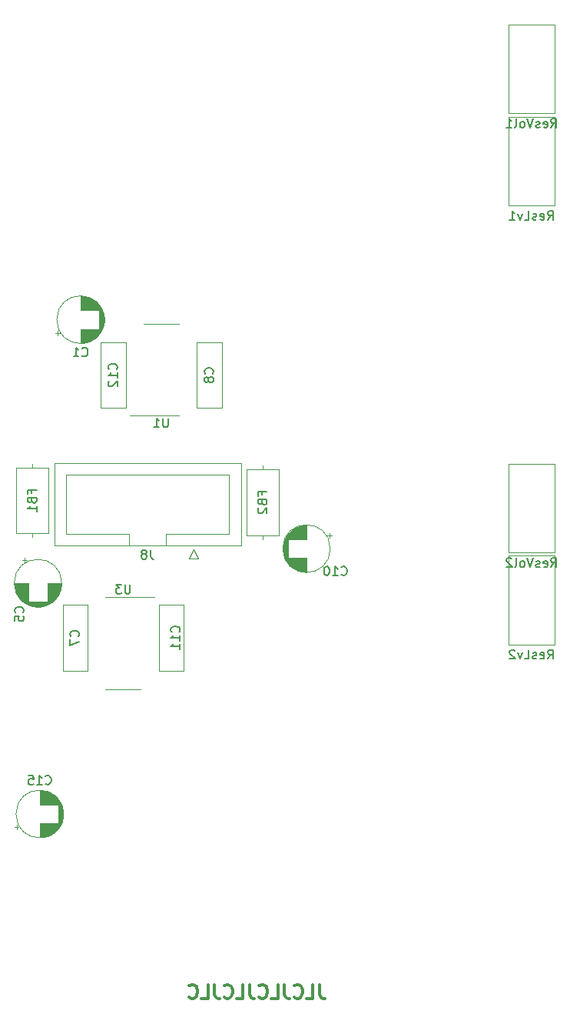
<source format=gbo>
G04 #@! TF.GenerationSoftware,KiCad,Pcbnew,6.0.11+dfsg-1~bpo11+1*
G04 #@! TF.CreationDate,2023-03-16T20:57:32+00:00*
G04 #@! TF.ProjectId,MS20-VCF,4d533230-2d56-4434-962e-6b696361645f,rev?*
G04 #@! TF.SameCoordinates,Original*
G04 #@! TF.FileFunction,Legend,Bot*
G04 #@! TF.FilePolarity,Positive*
%FSLAX46Y46*%
G04 Gerber Fmt 4.6, Leading zero omitted, Abs format (unit mm)*
G04 Created by KiCad (PCBNEW 6.0.11+dfsg-1~bpo11+1) date 2023-03-16 20:57:32*
%MOMM*%
%LPD*%
G01*
G04 APERTURE LIST*
%ADD10C,0.300000*%
%ADD11C,0.150000*%
%ADD12C,0.120000*%
%ADD13C,1.600000*%
%ADD14R,1.600000X1.600000*%
%ADD15O,1.600000X1.600000*%
%ADD16R,1.700000X1.700000*%
%ADD17O,1.700000X1.700000*%
%ADD18R,1.500000X1.500000*%
%ADD19C,1.500000*%
%ADD20C,1.440000*%
%ADD21C,1.700000*%
G04 APERTURE END LIST*
D10*
X63928571Y-143678571D02*
X63928571Y-144750000D01*
X64000000Y-144964285D01*
X64142857Y-145107142D01*
X64357142Y-145178571D01*
X64500000Y-145178571D01*
X62500000Y-145178571D02*
X63214285Y-145178571D01*
X63214285Y-143678571D01*
X61142857Y-145035714D02*
X61214285Y-145107142D01*
X61428571Y-145178571D01*
X61571428Y-145178571D01*
X61785714Y-145107142D01*
X61928571Y-144964285D01*
X62000000Y-144821428D01*
X62071428Y-144535714D01*
X62071428Y-144321428D01*
X62000000Y-144035714D01*
X61928571Y-143892857D01*
X61785714Y-143750000D01*
X61571428Y-143678571D01*
X61428571Y-143678571D01*
X61214285Y-143750000D01*
X61142857Y-143821428D01*
X60071428Y-143678571D02*
X60071428Y-144750000D01*
X60142857Y-144964285D01*
X60285714Y-145107142D01*
X60500000Y-145178571D01*
X60642857Y-145178571D01*
X58642857Y-145178571D02*
X59357142Y-145178571D01*
X59357142Y-143678571D01*
X57285714Y-145035714D02*
X57357142Y-145107142D01*
X57571428Y-145178571D01*
X57714285Y-145178571D01*
X57928571Y-145107142D01*
X58071428Y-144964285D01*
X58142857Y-144821428D01*
X58214285Y-144535714D01*
X58214285Y-144321428D01*
X58142857Y-144035714D01*
X58071428Y-143892857D01*
X57928571Y-143750000D01*
X57714285Y-143678571D01*
X57571428Y-143678571D01*
X57357142Y-143750000D01*
X57285714Y-143821428D01*
X56214285Y-143678571D02*
X56214285Y-144750000D01*
X56285714Y-144964285D01*
X56428571Y-145107142D01*
X56642857Y-145178571D01*
X56785714Y-145178571D01*
X54785714Y-145178571D02*
X55499999Y-145178571D01*
X55499999Y-143678571D01*
X53428571Y-145035714D02*
X53499999Y-145107142D01*
X53714285Y-145178571D01*
X53857142Y-145178571D01*
X54071428Y-145107142D01*
X54214285Y-144964285D01*
X54285714Y-144821428D01*
X54357142Y-144535714D01*
X54357142Y-144321428D01*
X54285714Y-144035714D01*
X54214285Y-143892857D01*
X54071428Y-143750000D01*
X53857142Y-143678571D01*
X53714285Y-143678571D01*
X53499999Y-143750000D01*
X53428571Y-143821428D01*
X52357142Y-143678571D02*
X52357142Y-144750000D01*
X52428571Y-144964285D01*
X52571428Y-145107142D01*
X52785714Y-145178571D01*
X52928571Y-145178571D01*
X50928571Y-145178571D02*
X51642857Y-145178571D01*
X51642857Y-143678571D01*
X49571428Y-145035714D02*
X49642857Y-145107142D01*
X49857142Y-145178571D01*
X49999999Y-145178571D01*
X50214285Y-145107142D01*
X50357142Y-144964285D01*
X50428571Y-144821428D01*
X50499999Y-144535714D01*
X50499999Y-144321428D01*
X50428571Y-144035714D01*
X50357142Y-143892857D01*
X50214285Y-143750000D01*
X49999999Y-143678571D01*
X49857142Y-143678571D01*
X49642857Y-143750000D01*
X49571428Y-143821428D01*
D11*
X31257142Y-102733333D02*
X31304761Y-102685714D01*
X31352380Y-102542857D01*
X31352380Y-102447619D01*
X31304761Y-102304761D01*
X31209523Y-102209523D01*
X31114285Y-102161904D01*
X30923809Y-102114285D01*
X30780952Y-102114285D01*
X30590476Y-102161904D01*
X30495238Y-102209523D01*
X30400000Y-102304761D01*
X30352380Y-102447619D01*
X30352380Y-102542857D01*
X30400000Y-102685714D01*
X30447619Y-102733333D01*
X30352380Y-103638095D02*
X30352380Y-103161904D01*
X30828571Y-103114285D01*
X30780952Y-103161904D01*
X30733333Y-103257142D01*
X30733333Y-103495238D01*
X30780952Y-103590476D01*
X30828571Y-103638095D01*
X30923809Y-103685714D01*
X31161904Y-103685714D01*
X31257142Y-103638095D01*
X31304761Y-103590476D01*
X31352380Y-103495238D01*
X31352380Y-103257142D01*
X31304761Y-103161904D01*
X31257142Y-103114285D01*
X66342857Y-98557142D02*
X66390476Y-98604761D01*
X66533333Y-98652380D01*
X66628571Y-98652380D01*
X66771428Y-98604761D01*
X66866666Y-98509523D01*
X66914285Y-98414285D01*
X66961904Y-98223809D01*
X66961904Y-98080952D01*
X66914285Y-97890476D01*
X66866666Y-97795238D01*
X66771428Y-97700000D01*
X66628571Y-97652380D01*
X66533333Y-97652380D01*
X66390476Y-97700000D01*
X66342857Y-97747619D01*
X65390476Y-98652380D02*
X65961904Y-98652380D01*
X65676190Y-98652380D02*
X65676190Y-97652380D01*
X65771428Y-97795238D01*
X65866666Y-97890476D01*
X65961904Y-97938095D01*
X64771428Y-97652380D02*
X64676190Y-97652380D01*
X64580952Y-97700000D01*
X64533333Y-97747619D01*
X64485714Y-97842857D01*
X64438095Y-98033333D01*
X64438095Y-98271428D01*
X64485714Y-98461904D01*
X64533333Y-98557142D01*
X64580952Y-98604761D01*
X64676190Y-98652380D01*
X64771428Y-98652380D01*
X64866666Y-98604761D01*
X64914285Y-98557142D01*
X64961904Y-98461904D01*
X65009523Y-98271428D01*
X65009523Y-98033333D01*
X64961904Y-97842857D01*
X64914285Y-97747619D01*
X64866666Y-97700000D01*
X64771428Y-97652380D01*
X37766666Y-74457142D02*
X37814285Y-74504761D01*
X37957142Y-74552380D01*
X38052380Y-74552380D01*
X38195238Y-74504761D01*
X38290476Y-74409523D01*
X38338095Y-74314285D01*
X38385714Y-74123809D01*
X38385714Y-73980952D01*
X38338095Y-73790476D01*
X38290476Y-73695238D01*
X38195238Y-73600000D01*
X38052380Y-73552380D01*
X37957142Y-73552380D01*
X37814285Y-73600000D01*
X37766666Y-73647619D01*
X36814285Y-74552380D02*
X37385714Y-74552380D01*
X37100000Y-74552380D02*
X37100000Y-73552380D01*
X37195238Y-73695238D01*
X37290476Y-73790476D01*
X37385714Y-73838095D01*
X57608571Y-89766666D02*
X57608571Y-89433333D01*
X58132380Y-89433333D02*
X57132380Y-89433333D01*
X57132380Y-89909523D01*
X57608571Y-90623809D02*
X57656190Y-90766666D01*
X57703809Y-90814285D01*
X57799047Y-90861904D01*
X57941904Y-90861904D01*
X58037142Y-90814285D01*
X58084761Y-90766666D01*
X58132380Y-90671428D01*
X58132380Y-90290476D01*
X57132380Y-90290476D01*
X57132380Y-90623809D01*
X57180000Y-90719047D01*
X57227619Y-90766666D01*
X57322857Y-90814285D01*
X57418095Y-90814285D01*
X57513333Y-90766666D01*
X57560952Y-90719047D01*
X57608571Y-90623809D01*
X57608571Y-90290476D01*
X57227619Y-91242857D02*
X57180000Y-91290476D01*
X57132380Y-91385714D01*
X57132380Y-91623809D01*
X57180000Y-91719047D01*
X57227619Y-91766666D01*
X57322857Y-91814285D01*
X57418095Y-91814285D01*
X57560952Y-91766666D01*
X58132380Y-91195238D01*
X58132380Y-91814285D01*
X89085714Y-59517380D02*
X89419047Y-59041190D01*
X89657142Y-59517380D02*
X89657142Y-58517380D01*
X89276190Y-58517380D01*
X89180952Y-58565000D01*
X89133333Y-58612619D01*
X89085714Y-58707857D01*
X89085714Y-58850714D01*
X89133333Y-58945952D01*
X89180952Y-58993571D01*
X89276190Y-59041190D01*
X89657142Y-59041190D01*
X88276190Y-59469761D02*
X88371428Y-59517380D01*
X88561904Y-59517380D01*
X88657142Y-59469761D01*
X88704761Y-59374523D01*
X88704761Y-58993571D01*
X88657142Y-58898333D01*
X88561904Y-58850714D01*
X88371428Y-58850714D01*
X88276190Y-58898333D01*
X88228571Y-58993571D01*
X88228571Y-59088809D01*
X88704761Y-59184047D01*
X87847619Y-59469761D02*
X87752380Y-59517380D01*
X87561904Y-59517380D01*
X87466666Y-59469761D01*
X87419047Y-59374523D01*
X87419047Y-59326904D01*
X87466666Y-59231666D01*
X87561904Y-59184047D01*
X87704761Y-59184047D01*
X87800000Y-59136428D01*
X87847619Y-59041190D01*
X87847619Y-58993571D01*
X87800000Y-58898333D01*
X87704761Y-58850714D01*
X87561904Y-58850714D01*
X87466666Y-58898333D01*
X86514285Y-59517380D02*
X86990476Y-59517380D01*
X86990476Y-58517380D01*
X86276190Y-58850714D02*
X86038095Y-59517380D01*
X85800000Y-58850714D01*
X84895238Y-59517380D02*
X85466666Y-59517380D01*
X85180952Y-59517380D02*
X85180952Y-58517380D01*
X85276190Y-58660238D01*
X85371428Y-58755476D01*
X85466666Y-58803095D01*
X89442857Y-49367380D02*
X89776190Y-48891190D01*
X90014285Y-49367380D02*
X90014285Y-48367380D01*
X89633333Y-48367380D01*
X89538095Y-48415000D01*
X89490476Y-48462619D01*
X89442857Y-48557857D01*
X89442857Y-48700714D01*
X89490476Y-48795952D01*
X89538095Y-48843571D01*
X89633333Y-48891190D01*
X90014285Y-48891190D01*
X88633333Y-49319761D02*
X88728571Y-49367380D01*
X88919047Y-49367380D01*
X89014285Y-49319761D01*
X89061904Y-49224523D01*
X89061904Y-48843571D01*
X89014285Y-48748333D01*
X88919047Y-48700714D01*
X88728571Y-48700714D01*
X88633333Y-48748333D01*
X88585714Y-48843571D01*
X88585714Y-48938809D01*
X89061904Y-49034047D01*
X88204761Y-49319761D02*
X88109523Y-49367380D01*
X87919047Y-49367380D01*
X87823809Y-49319761D01*
X87776190Y-49224523D01*
X87776190Y-49176904D01*
X87823809Y-49081666D01*
X87919047Y-49034047D01*
X88061904Y-49034047D01*
X88157142Y-48986428D01*
X88204761Y-48891190D01*
X88204761Y-48843571D01*
X88157142Y-48748333D01*
X88061904Y-48700714D01*
X87919047Y-48700714D01*
X87823809Y-48748333D01*
X87490476Y-48367380D02*
X87157142Y-49367380D01*
X86823809Y-48367380D01*
X86347619Y-49367380D02*
X86442857Y-49319761D01*
X86490476Y-49272142D01*
X86538095Y-49176904D01*
X86538095Y-48891190D01*
X86490476Y-48795952D01*
X86442857Y-48748333D01*
X86347619Y-48700714D01*
X86204761Y-48700714D01*
X86109523Y-48748333D01*
X86061904Y-48795952D01*
X86014285Y-48891190D01*
X86014285Y-49176904D01*
X86061904Y-49272142D01*
X86109523Y-49319761D01*
X86204761Y-49367380D01*
X86347619Y-49367380D01*
X85442857Y-49367380D02*
X85538095Y-49319761D01*
X85585714Y-49224523D01*
X85585714Y-48367380D01*
X84538095Y-49367380D02*
X85109523Y-49367380D01*
X84823809Y-49367380D02*
X84823809Y-48367380D01*
X84919047Y-48510238D01*
X85014285Y-48605476D01*
X85109523Y-48653095D01*
X43061904Y-99652380D02*
X43061904Y-100461904D01*
X43014285Y-100557142D01*
X42966666Y-100604761D01*
X42871428Y-100652380D01*
X42680952Y-100652380D01*
X42585714Y-100604761D01*
X42538095Y-100557142D01*
X42490476Y-100461904D01*
X42490476Y-99652380D01*
X42109523Y-99652380D02*
X41490476Y-99652380D01*
X41823809Y-100033333D01*
X41680952Y-100033333D01*
X41585714Y-100080952D01*
X41538095Y-100128571D01*
X41490476Y-100223809D01*
X41490476Y-100461904D01*
X41538095Y-100557142D01*
X41585714Y-100604761D01*
X41680952Y-100652380D01*
X41966666Y-100652380D01*
X42061904Y-100604761D01*
X42109523Y-100557142D01*
X33742857Y-121557142D02*
X33790476Y-121604761D01*
X33933333Y-121652380D01*
X34028571Y-121652380D01*
X34171428Y-121604761D01*
X34266666Y-121509523D01*
X34314285Y-121414285D01*
X34361904Y-121223809D01*
X34361904Y-121080952D01*
X34314285Y-120890476D01*
X34266666Y-120795238D01*
X34171428Y-120700000D01*
X34028571Y-120652380D01*
X33933333Y-120652380D01*
X33790476Y-120700000D01*
X33742857Y-120747619D01*
X32790476Y-121652380D02*
X33361904Y-121652380D01*
X33076190Y-121652380D02*
X33076190Y-120652380D01*
X33171428Y-120795238D01*
X33266666Y-120890476D01*
X33361904Y-120938095D01*
X31885714Y-120652380D02*
X32361904Y-120652380D01*
X32409523Y-121128571D01*
X32361904Y-121080952D01*
X32266666Y-121033333D01*
X32028571Y-121033333D01*
X31933333Y-121080952D01*
X31885714Y-121128571D01*
X31838095Y-121223809D01*
X31838095Y-121461904D01*
X31885714Y-121557142D01*
X31933333Y-121604761D01*
X32028571Y-121652380D01*
X32266666Y-121652380D01*
X32361904Y-121604761D01*
X32409523Y-121557142D01*
X32228571Y-89566666D02*
X32228571Y-89233333D01*
X32752380Y-89233333D02*
X31752380Y-89233333D01*
X31752380Y-89709523D01*
X32228571Y-90423809D02*
X32276190Y-90566666D01*
X32323809Y-90614285D01*
X32419047Y-90661904D01*
X32561904Y-90661904D01*
X32657142Y-90614285D01*
X32704761Y-90566666D01*
X32752380Y-90471428D01*
X32752380Y-90090476D01*
X31752380Y-90090476D01*
X31752380Y-90423809D01*
X31800000Y-90519047D01*
X31847619Y-90566666D01*
X31942857Y-90614285D01*
X32038095Y-90614285D01*
X32133333Y-90566666D01*
X32180952Y-90519047D01*
X32228571Y-90423809D01*
X32228571Y-90090476D01*
X32752380Y-91614285D02*
X32752380Y-91042857D01*
X32752380Y-91328571D02*
X31752380Y-91328571D01*
X31895238Y-91233333D01*
X31990476Y-91138095D01*
X32038095Y-91042857D01*
X89085714Y-107827380D02*
X89419047Y-107351190D01*
X89657142Y-107827380D02*
X89657142Y-106827380D01*
X89276190Y-106827380D01*
X89180952Y-106875000D01*
X89133333Y-106922619D01*
X89085714Y-107017857D01*
X89085714Y-107160714D01*
X89133333Y-107255952D01*
X89180952Y-107303571D01*
X89276190Y-107351190D01*
X89657142Y-107351190D01*
X88276190Y-107779761D02*
X88371428Y-107827380D01*
X88561904Y-107827380D01*
X88657142Y-107779761D01*
X88704761Y-107684523D01*
X88704761Y-107303571D01*
X88657142Y-107208333D01*
X88561904Y-107160714D01*
X88371428Y-107160714D01*
X88276190Y-107208333D01*
X88228571Y-107303571D01*
X88228571Y-107398809D01*
X88704761Y-107494047D01*
X87847619Y-107779761D02*
X87752380Y-107827380D01*
X87561904Y-107827380D01*
X87466666Y-107779761D01*
X87419047Y-107684523D01*
X87419047Y-107636904D01*
X87466666Y-107541666D01*
X87561904Y-107494047D01*
X87704761Y-107494047D01*
X87800000Y-107446428D01*
X87847619Y-107351190D01*
X87847619Y-107303571D01*
X87800000Y-107208333D01*
X87704761Y-107160714D01*
X87561904Y-107160714D01*
X87466666Y-107208333D01*
X86514285Y-107827380D02*
X86990476Y-107827380D01*
X86990476Y-106827380D01*
X86276190Y-107160714D02*
X86038095Y-107827380D01*
X85800000Y-107160714D01*
X85466666Y-106922619D02*
X85419047Y-106875000D01*
X85323809Y-106827380D01*
X85085714Y-106827380D01*
X84990476Y-106875000D01*
X84942857Y-106922619D01*
X84895238Y-107017857D01*
X84895238Y-107113095D01*
X84942857Y-107255952D01*
X85514285Y-107827380D01*
X84895238Y-107827380D01*
X89442857Y-97727380D02*
X89776190Y-97251190D01*
X90014285Y-97727380D02*
X90014285Y-96727380D01*
X89633333Y-96727380D01*
X89538095Y-96775000D01*
X89490476Y-96822619D01*
X89442857Y-96917857D01*
X89442857Y-97060714D01*
X89490476Y-97155952D01*
X89538095Y-97203571D01*
X89633333Y-97251190D01*
X90014285Y-97251190D01*
X88633333Y-97679761D02*
X88728571Y-97727380D01*
X88919047Y-97727380D01*
X89014285Y-97679761D01*
X89061904Y-97584523D01*
X89061904Y-97203571D01*
X89014285Y-97108333D01*
X88919047Y-97060714D01*
X88728571Y-97060714D01*
X88633333Y-97108333D01*
X88585714Y-97203571D01*
X88585714Y-97298809D01*
X89061904Y-97394047D01*
X88204761Y-97679761D02*
X88109523Y-97727380D01*
X87919047Y-97727380D01*
X87823809Y-97679761D01*
X87776190Y-97584523D01*
X87776190Y-97536904D01*
X87823809Y-97441666D01*
X87919047Y-97394047D01*
X88061904Y-97394047D01*
X88157142Y-97346428D01*
X88204761Y-97251190D01*
X88204761Y-97203571D01*
X88157142Y-97108333D01*
X88061904Y-97060714D01*
X87919047Y-97060714D01*
X87823809Y-97108333D01*
X87490476Y-96727380D02*
X87157142Y-97727380D01*
X86823809Y-96727380D01*
X86347619Y-97727380D02*
X86442857Y-97679761D01*
X86490476Y-97632142D01*
X86538095Y-97536904D01*
X86538095Y-97251190D01*
X86490476Y-97155952D01*
X86442857Y-97108333D01*
X86347619Y-97060714D01*
X86204761Y-97060714D01*
X86109523Y-97108333D01*
X86061904Y-97155952D01*
X86014285Y-97251190D01*
X86014285Y-97536904D01*
X86061904Y-97632142D01*
X86109523Y-97679761D01*
X86204761Y-97727380D01*
X86347619Y-97727380D01*
X85442857Y-97727380D02*
X85538095Y-97679761D01*
X85585714Y-97584523D01*
X85585714Y-96727380D01*
X85109523Y-96822619D02*
X85061904Y-96775000D01*
X84966666Y-96727380D01*
X84728571Y-96727380D01*
X84633333Y-96775000D01*
X84585714Y-96822619D01*
X84538095Y-96917857D01*
X84538095Y-97013095D01*
X84585714Y-97155952D01*
X85157142Y-97727380D01*
X84538095Y-97727380D01*
X47261904Y-81352380D02*
X47261904Y-82161904D01*
X47214285Y-82257142D01*
X47166666Y-82304761D01*
X47071428Y-82352380D01*
X46880952Y-82352380D01*
X46785714Y-82304761D01*
X46738095Y-82257142D01*
X46690476Y-82161904D01*
X46690476Y-81352380D01*
X45690476Y-82352380D02*
X46261904Y-82352380D01*
X45976190Y-82352380D02*
X45976190Y-81352380D01*
X46071428Y-81495238D01*
X46166666Y-81590476D01*
X46261904Y-81638095D01*
X45313333Y-95852380D02*
X45313333Y-96566666D01*
X45360952Y-96709523D01*
X45456190Y-96804761D01*
X45599047Y-96852380D01*
X45694285Y-96852380D01*
X44694285Y-96280952D02*
X44789523Y-96233333D01*
X44837142Y-96185714D01*
X44884761Y-96090476D01*
X44884761Y-96042857D01*
X44837142Y-95947619D01*
X44789523Y-95900000D01*
X44694285Y-95852380D01*
X44503809Y-95852380D01*
X44408571Y-95900000D01*
X44360952Y-95947619D01*
X44313333Y-96042857D01*
X44313333Y-96090476D01*
X44360952Y-96185714D01*
X44408571Y-96233333D01*
X44503809Y-96280952D01*
X44694285Y-96280952D01*
X44789523Y-96328571D01*
X44837142Y-96376190D01*
X44884761Y-96471428D01*
X44884761Y-96661904D01*
X44837142Y-96757142D01*
X44789523Y-96804761D01*
X44694285Y-96852380D01*
X44503809Y-96852380D01*
X44408571Y-96804761D01*
X44360952Y-96757142D01*
X44313333Y-96661904D01*
X44313333Y-96471428D01*
X44360952Y-96376190D01*
X44408571Y-96328571D01*
X44503809Y-96280952D01*
X37357142Y-105333333D02*
X37404761Y-105285714D01*
X37452380Y-105142857D01*
X37452380Y-105047619D01*
X37404761Y-104904761D01*
X37309523Y-104809523D01*
X37214285Y-104761904D01*
X37023809Y-104714285D01*
X36880952Y-104714285D01*
X36690476Y-104761904D01*
X36595238Y-104809523D01*
X36500000Y-104904761D01*
X36452380Y-105047619D01*
X36452380Y-105142857D01*
X36500000Y-105285714D01*
X36547619Y-105333333D01*
X36452380Y-105666666D02*
X36452380Y-106333333D01*
X37452380Y-105904761D01*
X41557142Y-75957142D02*
X41604761Y-75909523D01*
X41652380Y-75766666D01*
X41652380Y-75671428D01*
X41604761Y-75528571D01*
X41509523Y-75433333D01*
X41414285Y-75385714D01*
X41223809Y-75338095D01*
X41080952Y-75338095D01*
X40890476Y-75385714D01*
X40795238Y-75433333D01*
X40700000Y-75528571D01*
X40652380Y-75671428D01*
X40652380Y-75766666D01*
X40700000Y-75909523D01*
X40747619Y-75957142D01*
X41652380Y-76909523D02*
X41652380Y-76338095D01*
X41652380Y-76623809D02*
X40652380Y-76623809D01*
X40795238Y-76528571D01*
X40890476Y-76433333D01*
X40938095Y-76338095D01*
X40747619Y-77290476D02*
X40700000Y-77338095D01*
X40652380Y-77433333D01*
X40652380Y-77671428D01*
X40700000Y-77766666D01*
X40747619Y-77814285D01*
X40842857Y-77861904D01*
X40938095Y-77861904D01*
X41080952Y-77814285D01*
X41652380Y-77242857D01*
X41652380Y-77861904D01*
X48457142Y-104857142D02*
X48504761Y-104809523D01*
X48552380Y-104666666D01*
X48552380Y-104571428D01*
X48504761Y-104428571D01*
X48409523Y-104333333D01*
X48314285Y-104285714D01*
X48123809Y-104238095D01*
X47980952Y-104238095D01*
X47790476Y-104285714D01*
X47695238Y-104333333D01*
X47600000Y-104428571D01*
X47552380Y-104571428D01*
X47552380Y-104666666D01*
X47600000Y-104809523D01*
X47647619Y-104857142D01*
X48552380Y-105809523D02*
X48552380Y-105238095D01*
X48552380Y-105523809D02*
X47552380Y-105523809D01*
X47695238Y-105428571D01*
X47790476Y-105333333D01*
X47838095Y-105238095D01*
X48552380Y-106761904D02*
X48552380Y-106190476D01*
X48552380Y-106476190D02*
X47552380Y-106476190D01*
X47695238Y-106380952D01*
X47790476Y-106285714D01*
X47838095Y-106190476D01*
X52157142Y-76433333D02*
X52204761Y-76385714D01*
X52252380Y-76242857D01*
X52252380Y-76147619D01*
X52204761Y-76004761D01*
X52109523Y-75909523D01*
X52014285Y-75861904D01*
X51823809Y-75814285D01*
X51680952Y-75814285D01*
X51490476Y-75861904D01*
X51395238Y-75909523D01*
X51300000Y-76004761D01*
X51252380Y-76147619D01*
X51252380Y-76242857D01*
X51300000Y-76385714D01*
X51347619Y-76433333D01*
X51680952Y-77004761D02*
X51633333Y-76909523D01*
X51585714Y-76861904D01*
X51490476Y-76814285D01*
X51442857Y-76814285D01*
X51347619Y-76861904D01*
X51300000Y-76909523D01*
X51252380Y-77004761D01*
X51252380Y-77195238D01*
X51300000Y-77290476D01*
X51347619Y-77338095D01*
X51442857Y-77385714D01*
X51490476Y-77385714D01*
X51585714Y-77338095D01*
X51633333Y-77290476D01*
X51680952Y-77195238D01*
X51680952Y-77004761D01*
X51728571Y-76909523D01*
X51776190Y-76861904D01*
X51871428Y-76814285D01*
X52061904Y-76814285D01*
X52157142Y-76861904D01*
X52204761Y-76909523D01*
X52252380Y-77004761D01*
X52252380Y-77195238D01*
X52204761Y-77290476D01*
X52157142Y-77338095D01*
X52061904Y-77385714D01*
X51871428Y-77385714D01*
X51776190Y-77338095D01*
X51728571Y-77290476D01*
X51680952Y-77195238D01*
D12*
X30552000Y-100581000D02*
X31860000Y-100581000D01*
X30344000Y-99860000D02*
X31860000Y-99860000D01*
X30929000Y-101181000D02*
X31860000Y-101181000D01*
X33940000Y-101221000D02*
X34837000Y-101221000D01*
X33940000Y-99780000D02*
X35465000Y-99780000D01*
X33940000Y-100060000D02*
X35420000Y-100060000D01*
X30357000Y-99940000D02*
X31860000Y-99940000D01*
X31400000Y-101621000D02*
X34400000Y-101621000D01*
X30725000Y-100901000D02*
X31860000Y-100901000D01*
X31074000Y-101341000D02*
X31860000Y-101341000D01*
X30320000Y-99500000D02*
X31860000Y-99500000D01*
X33940000Y-101061000D02*
X34965000Y-101061000D01*
X30331000Y-99740000D02*
X31860000Y-99740000D01*
X30350000Y-99900000D02*
X31860000Y-99900000D01*
X33940000Y-101101000D02*
X34935000Y-101101000D01*
X30445000Y-100301000D02*
X31860000Y-100301000D01*
X33940000Y-100981000D02*
X35022000Y-100981000D01*
X30632000Y-100741000D02*
X31860000Y-100741000D01*
X30518000Y-100501000D02*
X31860000Y-100501000D01*
X30700000Y-100861000D02*
X31860000Y-100861000D01*
X30320000Y-99540000D02*
X31860000Y-99540000D01*
X33940000Y-99540000D02*
X35480000Y-99540000D01*
X30380000Y-100060000D02*
X31860000Y-100060000D01*
X30571000Y-100621000D02*
X31860000Y-100621000D01*
X33940000Y-100421000D02*
X35314000Y-100421000D01*
X33940000Y-101381000D02*
X34685000Y-101381000D01*
X30751000Y-100941000D02*
X31860000Y-100941000D01*
X30339000Y-99820000D02*
X31860000Y-99820000D01*
X33940000Y-99740000D02*
X35469000Y-99740000D01*
X33940000Y-100901000D02*
X35075000Y-100901000D01*
X30321000Y-99580000D02*
X31860000Y-99580000D01*
X31889000Y-101901000D02*
X33911000Y-101901000D01*
X30486000Y-100421000D02*
X31860000Y-100421000D01*
X31036000Y-101301000D02*
X31860000Y-101301000D01*
X33940000Y-99980000D02*
X35436000Y-99980000D01*
X30324000Y-99660000D02*
X31860000Y-99660000D01*
X30896000Y-101141000D02*
X31860000Y-101141000D01*
X33940000Y-100941000D02*
X35049000Y-100941000D01*
X33940000Y-101501000D02*
X34553000Y-101501000D01*
X33940000Y-100501000D02*
X35282000Y-100501000D01*
X30322000Y-99620000D02*
X31860000Y-99620000D01*
X30335000Y-99780000D02*
X31860000Y-99780000D01*
X33940000Y-99700000D02*
X35473000Y-99700000D01*
X30432000Y-100261000D02*
X31860000Y-100261000D01*
X33940000Y-99900000D02*
X35450000Y-99900000D01*
X33940000Y-100861000D02*
X35100000Y-100861000D01*
X30364000Y-99980000D02*
X31860000Y-99980000D01*
X33940000Y-100541000D02*
X35265000Y-100541000D01*
X31247000Y-101501000D02*
X31860000Y-101501000D01*
X33940000Y-99820000D02*
X35461000Y-99820000D01*
X30420000Y-100221000D02*
X31860000Y-100221000D01*
X30778000Y-100981000D02*
X31860000Y-100981000D01*
X32616000Y-102101000D02*
X33184000Y-102101000D01*
X33940000Y-100821000D02*
X35124000Y-100821000D01*
X31581000Y-101741000D02*
X34219000Y-101741000D01*
X33940000Y-100341000D02*
X35342000Y-100341000D01*
X33940000Y-99500000D02*
X35480000Y-99500000D01*
X30389000Y-100100000D02*
X31860000Y-100100000D01*
X33940000Y-101461000D02*
X34599000Y-101461000D01*
X33940000Y-100781000D02*
X35147000Y-100781000D01*
X31425000Y-96695225D02*
X31425000Y-97195225D01*
X33940000Y-101341000D02*
X34726000Y-101341000D01*
X33940000Y-99660000D02*
X35476000Y-99660000D01*
X33940000Y-99940000D02*
X35443000Y-99940000D01*
X33940000Y-100301000D02*
X35355000Y-100301000D01*
X31649000Y-101781000D02*
X34151000Y-101781000D01*
X30372000Y-100020000D02*
X31860000Y-100020000D01*
X33940000Y-100261000D02*
X35368000Y-100261000D01*
X31517000Y-101701000D02*
X34283000Y-101701000D01*
X33940000Y-101421000D02*
X34643000Y-101421000D01*
X30676000Y-100821000D02*
X31860000Y-100821000D01*
X30590000Y-100661000D02*
X31860000Y-100661000D01*
X33940000Y-100020000D02*
X35428000Y-100020000D01*
X32382000Y-102061000D02*
X33418000Y-102061000D01*
X33940000Y-101301000D02*
X34764000Y-101301000D01*
X30399000Y-100140000D02*
X31860000Y-100140000D01*
X31175000Y-96945225D02*
X31675000Y-96945225D01*
X31295000Y-101541000D02*
X34505000Y-101541000D01*
X30327000Y-99700000D02*
X31860000Y-99700000D01*
X30835000Y-101061000D02*
X31860000Y-101061000D01*
X30999000Y-101261000D02*
X31860000Y-101261000D01*
X33940000Y-101141000D02*
X34904000Y-101141000D01*
X32095000Y-101981000D02*
X33705000Y-101981000D01*
X32223000Y-102021000D02*
X33577000Y-102021000D01*
X33940000Y-100621000D02*
X35229000Y-100621000D01*
X31346000Y-101581000D02*
X34454000Y-101581000D01*
X33940000Y-100701000D02*
X35190000Y-100701000D01*
X31722000Y-101821000D02*
X34078000Y-101821000D01*
X30409000Y-100180000D02*
X31860000Y-100180000D01*
X33940000Y-99620000D02*
X35478000Y-99620000D01*
X33940000Y-100741000D02*
X35168000Y-100741000D01*
X33940000Y-99580000D02*
X35479000Y-99580000D01*
X33940000Y-100180000D02*
X35391000Y-100180000D01*
X33940000Y-100461000D02*
X35298000Y-100461000D01*
X33940000Y-100581000D02*
X35248000Y-100581000D01*
X30610000Y-100701000D02*
X31860000Y-100701000D01*
X33940000Y-100221000D02*
X35380000Y-100221000D01*
X30653000Y-100781000D02*
X31860000Y-100781000D01*
X30805000Y-101021000D02*
X31860000Y-101021000D01*
X31157000Y-101421000D02*
X31860000Y-101421000D01*
X31802000Y-101861000D02*
X33998000Y-101861000D01*
X30963000Y-101221000D02*
X31860000Y-101221000D01*
X33940000Y-101021000D02*
X34995000Y-101021000D01*
X31985000Y-101941000D02*
X33815000Y-101941000D01*
X31201000Y-101461000D02*
X31860000Y-101461000D01*
X31115000Y-101381000D02*
X31860000Y-101381000D01*
X33940000Y-100140000D02*
X35401000Y-100140000D01*
X33940000Y-101261000D02*
X34801000Y-101261000D01*
X33940000Y-100661000D02*
X35210000Y-100661000D01*
X33940000Y-100381000D02*
X35328000Y-100381000D01*
X30472000Y-100381000D02*
X31860000Y-100381000D01*
X33940000Y-101181000D02*
X34871000Y-101181000D01*
X33940000Y-99860000D02*
X35456000Y-99860000D01*
X33940000Y-100100000D02*
X35411000Y-100100000D01*
X30865000Y-101101000D02*
X31860000Y-101101000D01*
X31457000Y-101661000D02*
X34343000Y-101661000D01*
X30502000Y-100461000D02*
X31860000Y-100461000D01*
X30535000Y-100541000D02*
X31860000Y-100541000D01*
X30458000Y-100341000D02*
X31860000Y-100341000D01*
X35520000Y-99500000D02*
G75*
G03*
X35520000Y-99500000I-2620000J0D01*
G01*
X62380000Y-96740000D02*
X62380000Y-98278000D01*
X60859000Y-96740000D02*
X60859000Y-97704000D01*
X61940000Y-96740000D02*
X61940000Y-98220000D01*
X60139000Y-94602000D02*
X60139000Y-96798000D01*
X62380000Y-93122000D02*
X62380000Y-94660000D01*
X62420000Y-93121000D02*
X62420000Y-94660000D01*
X65054775Y-93975000D02*
X65054775Y-94475000D01*
X60579000Y-93957000D02*
X60579000Y-94660000D01*
X61179000Y-93476000D02*
X61179000Y-94660000D01*
X60739000Y-96740000D02*
X60739000Y-97601000D01*
X60099000Y-94689000D02*
X60099000Y-96711000D01*
X60699000Y-93836000D02*
X60699000Y-94660000D01*
X60179000Y-94522000D02*
X60179000Y-96878000D01*
X60499000Y-96740000D02*
X60499000Y-97353000D01*
X60379000Y-94200000D02*
X60379000Y-97200000D01*
X60859000Y-93696000D02*
X60859000Y-94660000D01*
X61499000Y-93318000D02*
X61499000Y-94660000D01*
X62300000Y-96740000D02*
X62300000Y-98273000D01*
X61900000Y-93189000D02*
X61900000Y-94660000D01*
X60619000Y-93915000D02*
X60619000Y-94660000D01*
X60299000Y-94317000D02*
X60299000Y-97083000D01*
X60819000Y-96740000D02*
X60819000Y-97671000D01*
X60059000Y-94785000D02*
X60059000Y-96615000D01*
X60539000Y-94001000D02*
X60539000Y-94660000D01*
X62100000Y-96740000D02*
X62100000Y-98250000D01*
X62460000Y-96740000D02*
X62460000Y-98280000D01*
X61659000Y-93258000D02*
X61659000Y-94660000D01*
X62140000Y-96740000D02*
X62140000Y-98256000D01*
X61099000Y-93525000D02*
X61099000Y-94660000D01*
X61139000Y-96740000D02*
X61139000Y-97900000D01*
X61179000Y-96740000D02*
X61179000Y-97924000D01*
X60819000Y-93729000D02*
X60819000Y-94660000D01*
X62300000Y-93127000D02*
X62300000Y-94660000D01*
X60739000Y-93799000D02*
X60739000Y-94660000D01*
X60699000Y-96740000D02*
X60699000Y-97564000D01*
X61299000Y-96740000D02*
X61299000Y-97990000D01*
X62060000Y-93157000D02*
X62060000Y-94660000D01*
X61219000Y-93453000D02*
X61219000Y-94660000D01*
X61259000Y-93432000D02*
X61259000Y-94660000D01*
X61659000Y-96740000D02*
X61659000Y-98142000D01*
X61539000Y-93302000D02*
X61539000Y-94660000D01*
X61019000Y-93578000D02*
X61019000Y-94660000D01*
X62020000Y-93164000D02*
X62020000Y-94660000D01*
X61219000Y-96740000D02*
X61219000Y-97947000D01*
X62140000Y-93144000D02*
X62140000Y-94660000D01*
X61860000Y-96740000D02*
X61860000Y-98201000D01*
X60579000Y-96740000D02*
X60579000Y-97443000D01*
X62020000Y-96740000D02*
X62020000Y-98236000D01*
X61299000Y-93410000D02*
X61299000Y-94660000D01*
X60979000Y-93605000D02*
X60979000Y-94660000D01*
X61059000Y-93551000D02*
X61059000Y-94660000D01*
X62420000Y-96740000D02*
X62420000Y-98279000D01*
X61019000Y-96740000D02*
X61019000Y-97822000D01*
X61059000Y-96740000D02*
X61059000Y-97849000D01*
X60779000Y-93763000D02*
X60779000Y-94660000D01*
X60979000Y-96740000D02*
X60979000Y-97795000D01*
X61619000Y-96740000D02*
X61619000Y-98128000D01*
X62220000Y-93135000D02*
X62220000Y-94660000D01*
X60419000Y-94146000D02*
X60419000Y-97254000D01*
X61980000Y-93172000D02*
X61980000Y-94660000D01*
X62460000Y-93120000D02*
X62460000Y-94660000D01*
X62340000Y-96740000D02*
X62340000Y-98276000D01*
X61940000Y-93180000D02*
X61940000Y-94660000D01*
X62260000Y-96740000D02*
X62260000Y-98269000D01*
X60459000Y-94095000D02*
X60459000Y-97305000D01*
X61459000Y-93335000D02*
X61459000Y-94660000D01*
X59939000Y-95182000D02*
X59939000Y-96218000D01*
X60499000Y-94047000D02*
X60499000Y-94660000D01*
X61419000Y-93352000D02*
X61419000Y-94660000D01*
X61419000Y-96740000D02*
X61419000Y-98048000D01*
X59899000Y-95416000D02*
X59899000Y-95984000D01*
X62060000Y-96740000D02*
X62060000Y-98243000D01*
X61379000Y-96740000D02*
X61379000Y-98029000D01*
X60619000Y-96740000D02*
X60619000Y-97485000D01*
X62500000Y-96740000D02*
X62500000Y-98280000D01*
X60219000Y-94449000D02*
X60219000Y-96951000D01*
X60939000Y-93635000D02*
X60939000Y-94660000D01*
X62180000Y-93139000D02*
X62180000Y-94660000D01*
X60899000Y-96740000D02*
X60899000Y-97735000D01*
X61900000Y-96740000D02*
X61900000Y-98211000D01*
X61739000Y-93232000D02*
X61739000Y-94660000D01*
X61860000Y-93199000D02*
X61860000Y-94660000D01*
X60339000Y-94257000D02*
X60339000Y-97143000D01*
X61779000Y-93220000D02*
X61779000Y-94660000D01*
X61539000Y-96740000D02*
X61539000Y-98098000D01*
X61339000Y-96740000D02*
X61339000Y-98010000D01*
X60659000Y-93874000D02*
X60659000Y-94660000D01*
X61459000Y-96740000D02*
X61459000Y-98065000D01*
X60539000Y-96740000D02*
X60539000Y-97399000D01*
X65304775Y-94225000D02*
X64804775Y-94225000D01*
X62260000Y-93131000D02*
X62260000Y-94660000D01*
X61259000Y-96740000D02*
X61259000Y-97968000D01*
X60259000Y-94381000D02*
X60259000Y-97019000D01*
X61579000Y-93286000D02*
X61579000Y-94660000D01*
X61379000Y-93371000D02*
X61379000Y-94660000D01*
X59979000Y-95023000D02*
X59979000Y-96377000D01*
X61339000Y-93390000D02*
X61339000Y-94660000D01*
X60939000Y-96740000D02*
X60939000Y-97765000D01*
X60019000Y-94895000D02*
X60019000Y-96505000D01*
X61699000Y-93245000D02*
X61699000Y-94660000D01*
X62180000Y-96740000D02*
X62180000Y-98261000D01*
X60779000Y-96740000D02*
X60779000Y-97637000D01*
X61820000Y-96740000D02*
X61820000Y-98191000D01*
X62500000Y-93120000D02*
X62500000Y-94660000D01*
X62100000Y-93150000D02*
X62100000Y-94660000D01*
X60659000Y-96740000D02*
X60659000Y-97526000D01*
X61779000Y-96740000D02*
X61779000Y-98180000D01*
X62220000Y-96740000D02*
X62220000Y-98265000D01*
X61739000Y-96740000D02*
X61739000Y-98168000D01*
X61820000Y-93209000D02*
X61820000Y-94660000D01*
X61099000Y-96740000D02*
X61099000Y-97875000D01*
X62340000Y-93124000D02*
X62340000Y-94660000D01*
X61980000Y-96740000D02*
X61980000Y-98228000D01*
X60899000Y-93665000D02*
X60899000Y-94660000D01*
X61499000Y-96740000D02*
X61499000Y-98082000D01*
X61619000Y-93272000D02*
X61619000Y-94660000D01*
X61699000Y-96740000D02*
X61699000Y-98155000D01*
X61139000Y-93500000D02*
X61139000Y-94660000D01*
X61579000Y-96740000D02*
X61579000Y-98114000D01*
X65120000Y-95700000D02*
G75*
G03*
X65120000Y-95700000I-2620000J0D01*
G01*
X40121000Y-71177000D02*
X40121000Y-69823000D01*
X38040000Y-73043000D02*
X38040000Y-71540000D01*
X38441000Y-69460000D02*
X38441000Y-68058000D01*
X37960000Y-69460000D02*
X37960000Y-67944000D01*
X39841000Y-71819000D02*
X39841000Y-69181000D01*
X38200000Y-73011000D02*
X38200000Y-71540000D01*
X39561000Y-72199000D02*
X39561000Y-71540000D01*
X40161000Y-71018000D02*
X40161000Y-69982000D01*
X38921000Y-72724000D02*
X38921000Y-71540000D01*
X39401000Y-69460000D02*
X39401000Y-68636000D01*
X39761000Y-71943000D02*
X39761000Y-69057000D01*
X39521000Y-69460000D02*
X39521000Y-68757000D01*
X40001000Y-71511000D02*
X40001000Y-69489000D01*
X38120000Y-73028000D02*
X38120000Y-71540000D01*
X39121000Y-72595000D02*
X39121000Y-71540000D01*
X38641000Y-69460000D02*
X38641000Y-68135000D01*
X38641000Y-72865000D02*
X38641000Y-71540000D01*
X39721000Y-72000000D02*
X39721000Y-69000000D01*
X37600000Y-73080000D02*
X37600000Y-71540000D01*
X37640000Y-73080000D02*
X37640000Y-71540000D01*
X37800000Y-73073000D02*
X37800000Y-71540000D01*
X39001000Y-69460000D02*
X39001000Y-68325000D01*
X38801000Y-72790000D02*
X38801000Y-71540000D01*
X38521000Y-69460000D02*
X38521000Y-68086000D01*
X38921000Y-69460000D02*
X38921000Y-68276000D01*
X38361000Y-69460000D02*
X38361000Y-68032000D01*
X39161000Y-69460000D02*
X39161000Y-68435000D01*
X39201000Y-69460000D02*
X39201000Y-68465000D01*
X38240000Y-73001000D02*
X38240000Y-71540000D01*
X39041000Y-72649000D02*
X39041000Y-71540000D01*
X38280000Y-69460000D02*
X38280000Y-68009000D01*
X38681000Y-69460000D02*
X38681000Y-68152000D01*
X39201000Y-72535000D02*
X39201000Y-71540000D01*
X39441000Y-72326000D02*
X39441000Y-71540000D01*
X38080000Y-69460000D02*
X38080000Y-67964000D01*
X39321000Y-72437000D02*
X39321000Y-71540000D01*
X39281000Y-69460000D02*
X39281000Y-68529000D01*
X38881000Y-69460000D02*
X38881000Y-68253000D01*
X39601000Y-69460000D02*
X39601000Y-68847000D01*
X37640000Y-69460000D02*
X37640000Y-67920000D01*
X38401000Y-72955000D02*
X38401000Y-71540000D01*
X37920000Y-69460000D02*
X37920000Y-67939000D01*
X39401000Y-72364000D02*
X39401000Y-71540000D01*
X34795225Y-71975000D02*
X35295225Y-71975000D01*
X39121000Y-69460000D02*
X39121000Y-68405000D01*
X38521000Y-72914000D02*
X38521000Y-71540000D01*
X38721000Y-72829000D02*
X38721000Y-71540000D01*
X38841000Y-69460000D02*
X38841000Y-68232000D01*
X37920000Y-73061000D02*
X37920000Y-71540000D01*
X39321000Y-69460000D02*
X39321000Y-68563000D01*
X39481000Y-69460000D02*
X39481000Y-68715000D01*
X37840000Y-73069000D02*
X37840000Y-71540000D01*
X37720000Y-69460000D02*
X37720000Y-67922000D01*
X37680000Y-69460000D02*
X37680000Y-67921000D01*
X39041000Y-69460000D02*
X39041000Y-68351000D01*
X39241000Y-69460000D02*
X39241000Y-68496000D01*
X38441000Y-72942000D02*
X38441000Y-71540000D01*
X38080000Y-73036000D02*
X38080000Y-71540000D01*
X37760000Y-73076000D02*
X37760000Y-71540000D01*
X38681000Y-72848000D02*
X38681000Y-71540000D01*
X39081000Y-72622000D02*
X39081000Y-71540000D01*
X39681000Y-72054000D02*
X39681000Y-68946000D01*
X37880000Y-73065000D02*
X37880000Y-71540000D01*
X38000000Y-73050000D02*
X38000000Y-71540000D01*
X39441000Y-69460000D02*
X39441000Y-68674000D01*
X37840000Y-69460000D02*
X37840000Y-67931000D01*
X38240000Y-69460000D02*
X38240000Y-67999000D01*
X39521000Y-72243000D02*
X39521000Y-71540000D01*
X38481000Y-72928000D02*
X38481000Y-71540000D01*
X38280000Y-72991000D02*
X38280000Y-71540000D01*
X40201000Y-70784000D02*
X40201000Y-70216000D01*
X38200000Y-69460000D02*
X38200000Y-67989000D01*
X40041000Y-71415000D02*
X40041000Y-69585000D01*
X38961000Y-69460000D02*
X38961000Y-68300000D01*
X39481000Y-72285000D02*
X39481000Y-71540000D01*
X38321000Y-69460000D02*
X38321000Y-68020000D01*
X39361000Y-69460000D02*
X39361000Y-68599000D01*
X35045225Y-72225000D02*
X35045225Y-71725000D01*
X39001000Y-72675000D02*
X39001000Y-71540000D01*
X38561000Y-69460000D02*
X38561000Y-68102000D01*
X39081000Y-69460000D02*
X39081000Y-68378000D01*
X38120000Y-69460000D02*
X38120000Y-67972000D01*
X38361000Y-72968000D02*
X38361000Y-71540000D01*
X37960000Y-73056000D02*
X37960000Y-71540000D01*
X38801000Y-69460000D02*
X38801000Y-68210000D01*
X38761000Y-72810000D02*
X38761000Y-71540000D01*
X39641000Y-72105000D02*
X39641000Y-68895000D01*
X38841000Y-72768000D02*
X38841000Y-71540000D01*
X38321000Y-72980000D02*
X38321000Y-71540000D01*
X37880000Y-69460000D02*
X37880000Y-67935000D01*
X38601000Y-69460000D02*
X38601000Y-68118000D01*
X39921000Y-71678000D02*
X39921000Y-69322000D01*
X38561000Y-72898000D02*
X38561000Y-71540000D01*
X38721000Y-69460000D02*
X38721000Y-68171000D01*
X39161000Y-72565000D02*
X39161000Y-71540000D01*
X38761000Y-69460000D02*
X38761000Y-68190000D01*
X37760000Y-69460000D02*
X37760000Y-67924000D01*
X39881000Y-71751000D02*
X39881000Y-69249000D01*
X39361000Y-72401000D02*
X39361000Y-71540000D01*
X38160000Y-69460000D02*
X38160000Y-67980000D01*
X38481000Y-69460000D02*
X38481000Y-68072000D01*
X39281000Y-72471000D02*
X39281000Y-71540000D01*
X37720000Y-73078000D02*
X37720000Y-71540000D01*
X39241000Y-72504000D02*
X39241000Y-71540000D01*
X37600000Y-69460000D02*
X37600000Y-67920000D01*
X38000000Y-69460000D02*
X38000000Y-67950000D01*
X38961000Y-72700000D02*
X38961000Y-71540000D01*
X39561000Y-69460000D02*
X39561000Y-68801000D01*
X38601000Y-72882000D02*
X38601000Y-71540000D01*
X37680000Y-73079000D02*
X37680000Y-71540000D01*
X39961000Y-71598000D02*
X39961000Y-69402000D01*
X38160000Y-73020000D02*
X38160000Y-71540000D01*
X39801000Y-71883000D02*
X39801000Y-69117000D01*
X37800000Y-69460000D02*
X37800000Y-67927000D01*
X40081000Y-71305000D02*
X40081000Y-69695000D01*
X38401000Y-69460000D02*
X38401000Y-68045000D01*
X38881000Y-72747000D02*
X38881000Y-71540000D01*
X38040000Y-69460000D02*
X38040000Y-67957000D01*
X39601000Y-72153000D02*
X39601000Y-71540000D01*
X40220000Y-70500000D02*
G75*
G03*
X40220000Y-70500000I-2620000J0D01*
G01*
X55930000Y-86980000D02*
X59470000Y-86980000D01*
X57700000Y-86560000D02*
X57700000Y-86980000D01*
X59470000Y-94220000D02*
X55930000Y-94220000D01*
X55930000Y-94220000D02*
X55930000Y-86980000D01*
X59470000Y-86980000D02*
X59470000Y-94220000D01*
X57700000Y-94640000D02*
X57700000Y-94220000D01*
X84765000Y-57935000D02*
X89835000Y-57935000D01*
X89835000Y-57935000D02*
X89835000Y-48165000D01*
X84765000Y-48165000D02*
X89835000Y-48165000D01*
X84765000Y-57935000D02*
X84765000Y-48165000D01*
X84765000Y-47785000D02*
X84765000Y-38015000D01*
X84765000Y-47785000D02*
X89835000Y-47785000D01*
X89835000Y-47785000D02*
X89835000Y-38015000D01*
X84765000Y-38015000D02*
X89835000Y-38015000D01*
X42300000Y-111160000D02*
X44250000Y-111160000D01*
X42300000Y-111160000D02*
X40350000Y-111160000D01*
X42300000Y-101040000D02*
X40350000Y-101040000D01*
X42300000Y-101040000D02*
X45750000Y-101040000D01*
X33821000Y-123860000D02*
X33821000Y-122420000D01*
X34821000Y-126837000D02*
X34821000Y-125940000D01*
X35501000Y-125911000D02*
X35501000Y-123889000D01*
X34221000Y-123860000D02*
X34221000Y-122571000D01*
X33540000Y-127443000D02*
X33540000Y-125940000D01*
X34621000Y-126995000D02*
X34621000Y-125940000D01*
X35661000Y-125418000D02*
X35661000Y-124382000D01*
X35301000Y-126283000D02*
X35301000Y-123517000D01*
X33380000Y-127465000D02*
X33380000Y-125940000D01*
X34781000Y-123860000D02*
X34781000Y-122929000D01*
X33580000Y-127436000D02*
X33580000Y-125940000D01*
X34661000Y-126965000D02*
X34661000Y-125940000D01*
X34101000Y-127282000D02*
X34101000Y-125940000D01*
X33380000Y-123860000D02*
X33380000Y-122335000D01*
X33100000Y-127480000D02*
X33100000Y-125940000D01*
X33300000Y-123860000D02*
X33300000Y-122327000D01*
X33220000Y-127478000D02*
X33220000Y-125940000D01*
X35381000Y-126151000D02*
X35381000Y-123649000D01*
X34581000Y-123860000D02*
X34581000Y-122778000D01*
X33620000Y-123860000D02*
X33620000Y-122372000D01*
X33861000Y-123860000D02*
X33861000Y-122432000D01*
X33740000Y-123860000D02*
X33740000Y-122399000D01*
X33180000Y-127479000D02*
X33180000Y-125940000D01*
X34381000Y-123860000D02*
X34381000Y-122653000D01*
X35461000Y-125998000D02*
X35461000Y-123802000D01*
X33740000Y-127401000D02*
X33740000Y-125940000D01*
X33180000Y-123860000D02*
X33180000Y-122321000D01*
X33260000Y-123860000D02*
X33260000Y-122324000D01*
X34261000Y-127210000D02*
X34261000Y-125940000D01*
X34501000Y-123860000D02*
X34501000Y-122725000D01*
X34261000Y-123860000D02*
X34261000Y-122590000D01*
X34981000Y-126685000D02*
X34981000Y-125940000D01*
X35101000Y-126553000D02*
X35101000Y-125940000D01*
X33460000Y-123860000D02*
X33460000Y-122344000D01*
X34621000Y-123860000D02*
X34621000Y-122805000D01*
X35261000Y-126343000D02*
X35261000Y-123457000D01*
X34581000Y-127022000D02*
X34581000Y-125940000D01*
X34901000Y-126764000D02*
X34901000Y-125940000D01*
X34501000Y-127075000D02*
X34501000Y-125940000D01*
X34541000Y-127049000D02*
X34541000Y-125940000D01*
X34421000Y-123860000D02*
X34421000Y-122676000D01*
X34701000Y-126935000D02*
X34701000Y-125940000D01*
X34301000Y-127190000D02*
X34301000Y-125940000D01*
X35061000Y-126599000D02*
X35061000Y-125940000D01*
X34821000Y-123860000D02*
X34821000Y-122963000D01*
X35341000Y-126219000D02*
X35341000Y-123581000D01*
X33620000Y-127428000D02*
X33620000Y-125940000D01*
X34981000Y-123860000D02*
X34981000Y-123115000D01*
X33540000Y-123860000D02*
X33540000Y-122357000D01*
X34341000Y-127168000D02*
X34341000Y-125940000D01*
X34061000Y-123860000D02*
X34061000Y-122502000D01*
X34741000Y-126904000D02*
X34741000Y-125940000D01*
X33861000Y-127368000D02*
X33861000Y-125940000D01*
X34181000Y-127248000D02*
X34181000Y-125940000D01*
X33420000Y-127461000D02*
X33420000Y-125940000D01*
X35021000Y-126643000D02*
X35021000Y-125940000D01*
X34021000Y-123860000D02*
X34021000Y-122486000D01*
X33660000Y-127420000D02*
X33660000Y-125940000D01*
X33340000Y-123860000D02*
X33340000Y-122331000D01*
X30545225Y-126625000D02*
X30545225Y-126125000D01*
X35581000Y-125705000D02*
X35581000Y-124095000D01*
X34021000Y-127314000D02*
X34021000Y-125940000D01*
X34861000Y-123860000D02*
X34861000Y-122999000D01*
X33981000Y-123860000D02*
X33981000Y-122472000D01*
X35621000Y-125577000D02*
X35621000Y-124223000D01*
X35701000Y-125184000D02*
X35701000Y-124616000D01*
X33901000Y-123860000D02*
X33901000Y-122445000D01*
X35021000Y-123860000D02*
X35021000Y-123157000D01*
X34901000Y-123860000D02*
X34901000Y-123036000D01*
X34381000Y-127147000D02*
X34381000Y-125940000D01*
X33220000Y-123860000D02*
X33220000Y-122322000D01*
X34101000Y-123860000D02*
X34101000Y-122518000D01*
X33780000Y-127391000D02*
X33780000Y-125940000D01*
X33260000Y-127476000D02*
X33260000Y-125940000D01*
X34941000Y-123860000D02*
X34941000Y-123074000D01*
X34061000Y-127298000D02*
X34061000Y-125940000D01*
X33941000Y-127342000D02*
X33941000Y-125940000D01*
X33580000Y-123860000D02*
X33580000Y-122364000D01*
X34141000Y-127265000D02*
X34141000Y-125940000D01*
X34301000Y-123860000D02*
X34301000Y-122610000D01*
X33100000Y-123860000D02*
X33100000Y-122320000D01*
X33700000Y-127411000D02*
X33700000Y-125940000D01*
X33780000Y-123860000D02*
X33780000Y-122409000D01*
X33500000Y-123860000D02*
X33500000Y-122350000D01*
X34181000Y-123860000D02*
X34181000Y-122552000D01*
X33140000Y-127480000D02*
X33140000Y-125940000D01*
X33460000Y-127456000D02*
X33460000Y-125940000D01*
X33660000Y-123860000D02*
X33660000Y-122380000D01*
X35221000Y-126400000D02*
X35221000Y-123400000D01*
X33981000Y-127328000D02*
X33981000Y-125940000D01*
X33140000Y-123860000D02*
X33140000Y-122320000D01*
X33821000Y-127380000D02*
X33821000Y-125940000D01*
X34461000Y-127100000D02*
X34461000Y-125940000D01*
X33340000Y-127469000D02*
X33340000Y-125940000D01*
X34661000Y-123860000D02*
X34661000Y-122835000D01*
X35061000Y-123860000D02*
X35061000Y-123201000D01*
X33941000Y-123860000D02*
X33941000Y-122458000D01*
X34141000Y-123860000D02*
X34141000Y-122535000D01*
X30295225Y-126375000D02*
X30795225Y-126375000D01*
X34861000Y-126801000D02*
X34861000Y-125940000D01*
X35421000Y-126078000D02*
X35421000Y-123722000D01*
X33901000Y-127355000D02*
X33901000Y-125940000D01*
X34461000Y-123860000D02*
X34461000Y-122700000D01*
X34221000Y-127229000D02*
X34221000Y-125940000D01*
X35541000Y-125815000D02*
X35541000Y-123985000D01*
X34541000Y-123860000D02*
X34541000Y-122751000D01*
X34341000Y-123860000D02*
X34341000Y-122632000D01*
X34701000Y-123860000D02*
X34701000Y-122865000D01*
X33500000Y-127450000D02*
X33500000Y-125940000D01*
X35141000Y-126505000D02*
X35141000Y-123295000D01*
X35101000Y-123860000D02*
X35101000Y-123247000D01*
X35181000Y-126454000D02*
X35181000Y-123346000D01*
X34741000Y-123860000D02*
X34741000Y-122896000D01*
X33700000Y-123860000D02*
X33700000Y-122389000D01*
X34421000Y-127124000D02*
X34421000Y-125940000D01*
X34781000Y-126871000D02*
X34781000Y-125940000D01*
X33420000Y-123860000D02*
X33420000Y-122339000D01*
X33300000Y-127473000D02*
X33300000Y-125940000D01*
X34941000Y-126726000D02*
X34941000Y-125940000D01*
X35720000Y-124900000D02*
G75*
G03*
X35720000Y-124900000I-2620000J0D01*
G01*
X32300000Y-86360000D02*
X32300000Y-86780000D01*
X34070000Y-86780000D02*
X34070000Y-94020000D01*
X30530000Y-86780000D02*
X34070000Y-86780000D01*
X32300000Y-94440000D02*
X32300000Y-94020000D01*
X30530000Y-94020000D02*
X30530000Y-86780000D01*
X34070000Y-94020000D02*
X30530000Y-94020000D01*
X89835000Y-106245000D02*
X89835000Y-96475000D01*
X84765000Y-96475000D02*
X89835000Y-96475000D01*
X84765000Y-106245000D02*
X84765000Y-96475000D01*
X84765000Y-106245000D02*
X89835000Y-106245000D01*
X89835000Y-96145000D02*
X89835000Y-86375000D01*
X84765000Y-86375000D02*
X89835000Y-86375000D01*
X84765000Y-96145000D02*
X89835000Y-96145000D01*
X84765000Y-96145000D02*
X84765000Y-86375000D01*
X46500000Y-81060000D02*
X48450000Y-81060000D01*
X46500000Y-70940000D02*
X44550000Y-70940000D01*
X46500000Y-70940000D02*
X48450000Y-70940000D01*
X46500000Y-81060000D02*
X43050000Y-81060000D01*
X47050000Y-94080000D02*
X53990000Y-94080000D01*
X47050000Y-95390000D02*
X47050000Y-94080000D01*
X36010000Y-94080000D02*
X42950000Y-94080000D01*
X34710000Y-86270000D02*
X34710000Y-95390000D01*
X36010000Y-87580000D02*
X36010000Y-94080000D01*
X53990000Y-87580000D02*
X36010000Y-87580000D01*
X49580000Y-96780000D02*
X50080000Y-95780000D01*
X53990000Y-94080000D02*
X53990000Y-87580000D01*
X50080000Y-95780000D02*
X50580000Y-96780000D01*
X50580000Y-96780000D02*
X49580000Y-96780000D01*
X34710000Y-95390000D02*
X55290000Y-95390000D01*
X55290000Y-86270000D02*
X34710000Y-86270000D01*
X42950000Y-94080000D02*
X42950000Y-94080000D01*
X42950000Y-94080000D02*
X42950000Y-95390000D01*
X55290000Y-95390000D02*
X55290000Y-86270000D01*
X35630000Y-109120000D02*
X35630000Y-101880000D01*
X38370000Y-109120000D02*
X35630000Y-109120000D01*
X38370000Y-101880000D02*
X35630000Y-101880000D01*
X38370000Y-109120000D02*
X38370000Y-101880000D01*
X42570000Y-80220000D02*
X42570000Y-72980000D01*
X42570000Y-80220000D02*
X39830000Y-80220000D01*
X39830000Y-80220000D02*
X39830000Y-72980000D01*
X42570000Y-72980000D02*
X39830000Y-72980000D01*
X48970000Y-101880000D02*
X48970000Y-109120000D01*
X46230000Y-101880000D02*
X46230000Y-109120000D01*
X46230000Y-101880000D02*
X48970000Y-101880000D01*
X46230000Y-109120000D02*
X48970000Y-109120000D01*
X50430000Y-80220000D02*
X53170000Y-80220000D01*
X50430000Y-72980000D02*
X53170000Y-72980000D01*
X53170000Y-72980000D02*
X53170000Y-80220000D01*
X50430000Y-72980000D02*
X50430000Y-80220000D01*
%LPC*%
D13*
X87000000Y-60800000D03*
X87000000Y-65800000D03*
X87800000Y-113800000D03*
X87800000Y-118800000D03*
X38500000Y-126800000D03*
X43500000Y-126800000D03*
D14*
X83200000Y-56820000D03*
D15*
X83200000Y-49200000D03*
D14*
X83200000Y-46810000D03*
D15*
X83200000Y-39190000D03*
D14*
X80600000Y-56820000D03*
D15*
X80600000Y-49200000D03*
D14*
X80600000Y-46810000D03*
D15*
X80600000Y-39190000D03*
D14*
X78000000Y-56820000D03*
D15*
X78000000Y-49200000D03*
D14*
X78000000Y-46810000D03*
D15*
X78000000Y-39190000D03*
D16*
X87000000Y-69000000D03*
D17*
X87000000Y-71540000D03*
X87000000Y-74080000D03*
X87000000Y-76620000D03*
X87000000Y-79160000D03*
X87000000Y-81700000D03*
D16*
X33000000Y-130000000D03*
D17*
X33000000Y-132540000D03*
X33000000Y-135080000D03*
X33000000Y-137620000D03*
X33000000Y-140160000D03*
X33000000Y-142700000D03*
D18*
X76040000Y-76260000D03*
D19*
X76040000Y-78800000D03*
X76040000Y-81340000D03*
D18*
X71760000Y-81340000D03*
D19*
X71760000Y-78800000D03*
X71760000Y-76260000D03*
D18*
X66700000Y-126200000D03*
D19*
X66700000Y-123660000D03*
X66700000Y-121120000D03*
D13*
X53960000Y-68700000D03*
D15*
X43800000Y-68700000D03*
D13*
X31300000Y-62500000D03*
D15*
X41460000Y-62500000D03*
D13*
X54900000Y-72300000D03*
D15*
X54900000Y-82460000D03*
D13*
X43800000Y-65600000D03*
D15*
X53960000Y-65600000D03*
D13*
X67300000Y-82480000D03*
D15*
X67300000Y-72320000D03*
D13*
X51180000Y-82800000D03*
D15*
X41020000Y-82800000D03*
D13*
X58000000Y-72300000D03*
D15*
X58000000Y-82460000D03*
D13*
X66480000Y-65600000D03*
D15*
X56320000Y-65600000D03*
D13*
X53960000Y-62500000D03*
D15*
X43800000Y-62500000D03*
D13*
X56320000Y-68700000D03*
D15*
X66480000Y-68700000D03*
D13*
X74600000Y-46720000D03*
D15*
X74600000Y-56880000D03*
D13*
X38300000Y-122560000D03*
D15*
X38300000Y-112400000D03*
D13*
X60380000Y-107700000D03*
D15*
X50220000Y-107700000D03*
D13*
X44500000Y-112400000D03*
D15*
X44500000Y-122560000D03*
D13*
X50700000Y-110400000D03*
D15*
X50700000Y-120560000D03*
D13*
X64040000Y-118200000D03*
D15*
X74200000Y-118200000D03*
D13*
X71000000Y-138960000D03*
D15*
X71000000Y-128800000D03*
D13*
X47600000Y-110400000D03*
D15*
X47600000Y-120560000D03*
D13*
X41400000Y-122560000D03*
D15*
X41400000Y-112400000D03*
D13*
X60000000Y-120560000D03*
D15*
X60000000Y-110400000D03*
D13*
X33900000Y-114380000D03*
D15*
X33900000Y-104220000D03*
D13*
X56900000Y-110400000D03*
D15*
X56900000Y-120560000D03*
D13*
X53800000Y-110400000D03*
D15*
X53800000Y-120560000D03*
D13*
X64040000Y-115100000D03*
D15*
X74200000Y-115100000D03*
D14*
X77000000Y-112600000D03*
D15*
X77000000Y-115140000D03*
X77000000Y-117680000D03*
X77000000Y-120220000D03*
X84620000Y-120220000D03*
X84620000Y-117680000D03*
X84620000Y-115140000D03*
X84620000Y-112600000D03*
D16*
X87000000Y-130000000D03*
D17*
X87000000Y-132540000D03*
X87000000Y-135080000D03*
X87000000Y-137620000D03*
X87000000Y-140160000D03*
X87000000Y-142700000D03*
D13*
X72300000Y-72180000D03*
D15*
X72300000Y-62020000D03*
D14*
X75580000Y-62680000D03*
D15*
X75580000Y-65220000D03*
X75580000Y-67760000D03*
X75580000Y-70300000D03*
X83200000Y-70300000D03*
X83200000Y-67760000D03*
X83200000Y-65220000D03*
X83200000Y-62680000D03*
D18*
X70940000Y-121160000D03*
D19*
X70940000Y-123700000D03*
X70940000Y-126240000D03*
D13*
X50400000Y-104600000D03*
X55400000Y-104600000D03*
D14*
X78000000Y-95120000D03*
D15*
X78000000Y-87500000D03*
D14*
X80600000Y-95120000D03*
D15*
X80600000Y-87500000D03*
D14*
X83200000Y-95120000D03*
D15*
X83200000Y-87500000D03*
D14*
X83200000Y-105120000D03*
D15*
X83200000Y-97500000D03*
D14*
X80600000Y-105120000D03*
D15*
X80600000Y-97500000D03*
D14*
X78000000Y-105120000D03*
D15*
X78000000Y-97500000D03*
D13*
X56500000Y-62500000D03*
X61500000Y-62500000D03*
X31300000Y-65600000D03*
D15*
X41460000Y-65600000D03*
D13*
X61100000Y-82480000D03*
D15*
X61100000Y-72320000D03*
D13*
X64200000Y-82480000D03*
D15*
X64200000Y-72320000D03*
D16*
X33000000Y-69000000D03*
D17*
X33000000Y-71540000D03*
X33000000Y-74080000D03*
X33000000Y-76620000D03*
X33000000Y-79160000D03*
X33000000Y-81700000D03*
D13*
X37400000Y-81200000D03*
X37400000Y-76200000D03*
X36000000Y-133100000D03*
D15*
X46160000Y-133100000D03*
D13*
X36000000Y-130000000D03*
D15*
X46160000Y-130000000D03*
D13*
X83180000Y-59480000D03*
X78180000Y-59480000D03*
X82000000Y-123300000D03*
X77000000Y-123300000D03*
X80580000Y-73480000D03*
X75580000Y-73480000D03*
X84600000Y-109400000D03*
X79600000Y-109400000D03*
D14*
X32900000Y-98500000D03*
D13*
X32900000Y-100500000D03*
D14*
X63500000Y-95700000D03*
D13*
X61500000Y-95700000D03*
D14*
X36600000Y-70500000D03*
D13*
X38600000Y-70500000D03*
X57700000Y-95680000D03*
D15*
X57700000Y-85520000D03*
D20*
X87300000Y-55590000D03*
X87300000Y-53050000D03*
X87300000Y-50510000D03*
X87300000Y-45440000D03*
X87300000Y-42900000D03*
X87300000Y-40360000D03*
G36*
G01*
X45750000Y-101505000D02*
X45750000Y-101805000D01*
G75*
G02*
X45600000Y-101955000I-150000J0D01*
G01*
X43950000Y-101955000D01*
G75*
G02*
X43800000Y-101805000I0J150000D01*
G01*
X43800000Y-101505000D01*
G75*
G02*
X43950000Y-101355000I150000J0D01*
G01*
X45600000Y-101355000D01*
G75*
G02*
X45750000Y-101505000I0J-150000D01*
G01*
G37*
G36*
G01*
X45750000Y-102775000D02*
X45750000Y-103075000D01*
G75*
G02*
X45600000Y-103225000I-150000J0D01*
G01*
X43950000Y-103225000D01*
G75*
G02*
X43800000Y-103075000I0J150000D01*
G01*
X43800000Y-102775000D01*
G75*
G02*
X43950000Y-102625000I150000J0D01*
G01*
X45600000Y-102625000D01*
G75*
G02*
X45750000Y-102775000I0J-150000D01*
G01*
G37*
G36*
G01*
X45750000Y-104045000D02*
X45750000Y-104345000D01*
G75*
G02*
X45600000Y-104495000I-150000J0D01*
G01*
X43950000Y-104495000D01*
G75*
G02*
X43800000Y-104345000I0J150000D01*
G01*
X43800000Y-104045000D01*
G75*
G02*
X43950000Y-103895000I150000J0D01*
G01*
X45600000Y-103895000D01*
G75*
G02*
X45750000Y-104045000I0J-150000D01*
G01*
G37*
G36*
G01*
X45750000Y-105315000D02*
X45750000Y-105615000D01*
G75*
G02*
X45600000Y-105765000I-150000J0D01*
G01*
X43950000Y-105765000D01*
G75*
G02*
X43800000Y-105615000I0J150000D01*
G01*
X43800000Y-105315000D01*
G75*
G02*
X43950000Y-105165000I150000J0D01*
G01*
X45600000Y-105165000D01*
G75*
G02*
X45750000Y-105315000I0J-150000D01*
G01*
G37*
G36*
G01*
X45750000Y-106585000D02*
X45750000Y-106885000D01*
G75*
G02*
X45600000Y-107035000I-150000J0D01*
G01*
X43950000Y-107035000D01*
G75*
G02*
X43800000Y-106885000I0J150000D01*
G01*
X43800000Y-106585000D01*
G75*
G02*
X43950000Y-106435000I150000J0D01*
G01*
X45600000Y-106435000D01*
G75*
G02*
X45750000Y-106585000I0J-150000D01*
G01*
G37*
G36*
G01*
X45750000Y-107855000D02*
X45750000Y-108155000D01*
G75*
G02*
X45600000Y-108305000I-150000J0D01*
G01*
X43950000Y-108305000D01*
G75*
G02*
X43800000Y-108155000I0J150000D01*
G01*
X43800000Y-107855000D01*
G75*
G02*
X43950000Y-107705000I150000J0D01*
G01*
X45600000Y-107705000D01*
G75*
G02*
X45750000Y-107855000I0J-150000D01*
G01*
G37*
G36*
G01*
X45750000Y-109125000D02*
X45750000Y-109425000D01*
G75*
G02*
X45600000Y-109575000I-150000J0D01*
G01*
X43950000Y-109575000D01*
G75*
G02*
X43800000Y-109425000I0J150000D01*
G01*
X43800000Y-109125000D01*
G75*
G02*
X43950000Y-108975000I150000J0D01*
G01*
X45600000Y-108975000D01*
G75*
G02*
X45750000Y-109125000I0J-150000D01*
G01*
G37*
G36*
G01*
X45750000Y-110395000D02*
X45750000Y-110695000D01*
G75*
G02*
X45600000Y-110845000I-150000J0D01*
G01*
X43950000Y-110845000D01*
G75*
G02*
X43800000Y-110695000I0J150000D01*
G01*
X43800000Y-110395000D01*
G75*
G02*
X43950000Y-110245000I150000J0D01*
G01*
X45600000Y-110245000D01*
G75*
G02*
X45750000Y-110395000I0J-150000D01*
G01*
G37*
G36*
G01*
X40800000Y-110395000D02*
X40800000Y-110695000D01*
G75*
G02*
X40650000Y-110845000I-150000J0D01*
G01*
X39000000Y-110845000D01*
G75*
G02*
X38850000Y-110695000I0J150000D01*
G01*
X38850000Y-110395000D01*
G75*
G02*
X39000000Y-110245000I150000J0D01*
G01*
X40650000Y-110245000D01*
G75*
G02*
X40800000Y-110395000I0J-150000D01*
G01*
G37*
G36*
G01*
X40800000Y-109125000D02*
X40800000Y-109425000D01*
G75*
G02*
X40650000Y-109575000I-150000J0D01*
G01*
X39000000Y-109575000D01*
G75*
G02*
X38850000Y-109425000I0J150000D01*
G01*
X38850000Y-109125000D01*
G75*
G02*
X39000000Y-108975000I150000J0D01*
G01*
X40650000Y-108975000D01*
G75*
G02*
X40800000Y-109125000I0J-150000D01*
G01*
G37*
G36*
G01*
X40800000Y-107855000D02*
X40800000Y-108155000D01*
G75*
G02*
X40650000Y-108305000I-150000J0D01*
G01*
X39000000Y-108305000D01*
G75*
G02*
X38850000Y-108155000I0J150000D01*
G01*
X38850000Y-107855000D01*
G75*
G02*
X39000000Y-107705000I150000J0D01*
G01*
X40650000Y-107705000D01*
G75*
G02*
X40800000Y-107855000I0J-150000D01*
G01*
G37*
G36*
G01*
X40800000Y-106585000D02*
X40800000Y-106885000D01*
G75*
G02*
X40650000Y-107035000I-150000J0D01*
G01*
X39000000Y-107035000D01*
G75*
G02*
X38850000Y-106885000I0J150000D01*
G01*
X38850000Y-106585000D01*
G75*
G02*
X39000000Y-106435000I150000J0D01*
G01*
X40650000Y-106435000D01*
G75*
G02*
X40800000Y-106585000I0J-150000D01*
G01*
G37*
G36*
G01*
X40800000Y-105315000D02*
X40800000Y-105615000D01*
G75*
G02*
X40650000Y-105765000I-150000J0D01*
G01*
X39000000Y-105765000D01*
G75*
G02*
X38850000Y-105615000I0J150000D01*
G01*
X38850000Y-105315000D01*
G75*
G02*
X39000000Y-105165000I150000J0D01*
G01*
X40650000Y-105165000D01*
G75*
G02*
X40800000Y-105315000I0J-150000D01*
G01*
G37*
G36*
G01*
X40800000Y-104045000D02*
X40800000Y-104345000D01*
G75*
G02*
X40650000Y-104495000I-150000J0D01*
G01*
X39000000Y-104495000D01*
G75*
G02*
X38850000Y-104345000I0J150000D01*
G01*
X38850000Y-104045000D01*
G75*
G02*
X39000000Y-103895000I150000J0D01*
G01*
X40650000Y-103895000D01*
G75*
G02*
X40800000Y-104045000I0J-150000D01*
G01*
G37*
G36*
G01*
X40800000Y-102775000D02*
X40800000Y-103075000D01*
G75*
G02*
X40650000Y-103225000I-150000J0D01*
G01*
X39000000Y-103225000D01*
G75*
G02*
X38850000Y-103075000I0J150000D01*
G01*
X38850000Y-102775000D01*
G75*
G02*
X39000000Y-102625000I150000J0D01*
G01*
X40650000Y-102625000D01*
G75*
G02*
X40800000Y-102775000I0J-150000D01*
G01*
G37*
G36*
G01*
X40800000Y-101505000D02*
X40800000Y-101805000D01*
G75*
G02*
X40650000Y-101955000I-150000J0D01*
G01*
X39000000Y-101955000D01*
G75*
G02*
X38850000Y-101805000I0J150000D01*
G01*
X38850000Y-101505000D01*
G75*
G02*
X39000000Y-101355000I150000J0D01*
G01*
X40650000Y-101355000D01*
G75*
G02*
X40800000Y-101505000I0J-150000D01*
G01*
G37*
D14*
X32100000Y-124900000D03*
D13*
X34100000Y-124900000D03*
X32300000Y-95480000D03*
D15*
X32300000Y-85320000D03*
D20*
X87300000Y-103900000D03*
X87300000Y-101360000D03*
X87300000Y-98820000D03*
X87300000Y-93800000D03*
X87300000Y-91260000D03*
X87300000Y-88720000D03*
G36*
G01*
X43050000Y-80595000D02*
X43050000Y-80295000D01*
G75*
G02*
X43200000Y-80145000I150000J0D01*
G01*
X44850000Y-80145000D01*
G75*
G02*
X45000000Y-80295000I0J-150000D01*
G01*
X45000000Y-80595000D01*
G75*
G02*
X44850000Y-80745000I-150000J0D01*
G01*
X43200000Y-80745000D01*
G75*
G02*
X43050000Y-80595000I0J150000D01*
G01*
G37*
G36*
G01*
X43050000Y-79325000D02*
X43050000Y-79025000D01*
G75*
G02*
X43200000Y-78875000I150000J0D01*
G01*
X44850000Y-78875000D01*
G75*
G02*
X45000000Y-79025000I0J-150000D01*
G01*
X45000000Y-79325000D01*
G75*
G02*
X44850000Y-79475000I-150000J0D01*
G01*
X43200000Y-79475000D01*
G75*
G02*
X43050000Y-79325000I0J150000D01*
G01*
G37*
G36*
G01*
X43050000Y-78055000D02*
X43050000Y-77755000D01*
G75*
G02*
X43200000Y-77605000I150000J0D01*
G01*
X44850000Y-77605000D01*
G75*
G02*
X45000000Y-77755000I0J-150000D01*
G01*
X45000000Y-78055000D01*
G75*
G02*
X44850000Y-78205000I-150000J0D01*
G01*
X43200000Y-78205000D01*
G75*
G02*
X43050000Y-78055000I0J150000D01*
G01*
G37*
G36*
G01*
X43050000Y-76785000D02*
X43050000Y-76485000D01*
G75*
G02*
X43200000Y-76335000I150000J0D01*
G01*
X44850000Y-76335000D01*
G75*
G02*
X45000000Y-76485000I0J-150000D01*
G01*
X45000000Y-76785000D01*
G75*
G02*
X44850000Y-76935000I-150000J0D01*
G01*
X43200000Y-76935000D01*
G75*
G02*
X43050000Y-76785000I0J150000D01*
G01*
G37*
G36*
G01*
X43050000Y-75515000D02*
X43050000Y-75215000D01*
G75*
G02*
X43200000Y-75065000I150000J0D01*
G01*
X44850000Y-75065000D01*
G75*
G02*
X45000000Y-75215000I0J-150000D01*
G01*
X45000000Y-75515000D01*
G75*
G02*
X44850000Y-75665000I-150000J0D01*
G01*
X43200000Y-75665000D01*
G75*
G02*
X43050000Y-75515000I0J150000D01*
G01*
G37*
G36*
G01*
X43050000Y-74245000D02*
X43050000Y-73945000D01*
G75*
G02*
X43200000Y-73795000I150000J0D01*
G01*
X44850000Y-73795000D01*
G75*
G02*
X45000000Y-73945000I0J-150000D01*
G01*
X45000000Y-74245000D01*
G75*
G02*
X44850000Y-74395000I-150000J0D01*
G01*
X43200000Y-74395000D01*
G75*
G02*
X43050000Y-74245000I0J150000D01*
G01*
G37*
G36*
G01*
X43050000Y-72975000D02*
X43050000Y-72675000D01*
G75*
G02*
X43200000Y-72525000I150000J0D01*
G01*
X44850000Y-72525000D01*
G75*
G02*
X45000000Y-72675000I0J-150000D01*
G01*
X45000000Y-72975000D01*
G75*
G02*
X44850000Y-73125000I-150000J0D01*
G01*
X43200000Y-73125000D01*
G75*
G02*
X43050000Y-72975000I0J150000D01*
G01*
G37*
G36*
G01*
X43050000Y-71705000D02*
X43050000Y-71405000D01*
G75*
G02*
X43200000Y-71255000I150000J0D01*
G01*
X44850000Y-71255000D01*
G75*
G02*
X45000000Y-71405000I0J-150000D01*
G01*
X45000000Y-71705000D01*
G75*
G02*
X44850000Y-71855000I-150000J0D01*
G01*
X43200000Y-71855000D01*
G75*
G02*
X43050000Y-71705000I0J150000D01*
G01*
G37*
G36*
G01*
X48000000Y-71705000D02*
X48000000Y-71405000D01*
G75*
G02*
X48150000Y-71255000I150000J0D01*
G01*
X49800000Y-71255000D01*
G75*
G02*
X49950000Y-71405000I0J-150000D01*
G01*
X49950000Y-71705000D01*
G75*
G02*
X49800000Y-71855000I-150000J0D01*
G01*
X48150000Y-71855000D01*
G75*
G02*
X48000000Y-71705000I0J150000D01*
G01*
G37*
G36*
G01*
X48000000Y-72975000D02*
X48000000Y-72675000D01*
G75*
G02*
X48150000Y-72525000I150000J0D01*
G01*
X49800000Y-72525000D01*
G75*
G02*
X49950000Y-72675000I0J-150000D01*
G01*
X49950000Y-72975000D01*
G75*
G02*
X49800000Y-73125000I-150000J0D01*
G01*
X48150000Y-73125000D01*
G75*
G02*
X48000000Y-72975000I0J150000D01*
G01*
G37*
G36*
G01*
X48000000Y-74245000D02*
X48000000Y-73945000D01*
G75*
G02*
X48150000Y-73795000I150000J0D01*
G01*
X49800000Y-73795000D01*
G75*
G02*
X49950000Y-73945000I0J-150000D01*
G01*
X49950000Y-74245000D01*
G75*
G02*
X49800000Y-74395000I-150000J0D01*
G01*
X48150000Y-74395000D01*
G75*
G02*
X48000000Y-74245000I0J150000D01*
G01*
G37*
G36*
G01*
X48000000Y-75515000D02*
X48000000Y-75215000D01*
G75*
G02*
X48150000Y-75065000I150000J0D01*
G01*
X49800000Y-75065000D01*
G75*
G02*
X49950000Y-75215000I0J-150000D01*
G01*
X49950000Y-75515000D01*
G75*
G02*
X49800000Y-75665000I-150000J0D01*
G01*
X48150000Y-75665000D01*
G75*
G02*
X48000000Y-75515000I0J150000D01*
G01*
G37*
G36*
G01*
X48000000Y-76785000D02*
X48000000Y-76485000D01*
G75*
G02*
X48150000Y-76335000I150000J0D01*
G01*
X49800000Y-76335000D01*
G75*
G02*
X49950000Y-76485000I0J-150000D01*
G01*
X49950000Y-76785000D01*
G75*
G02*
X49800000Y-76935000I-150000J0D01*
G01*
X48150000Y-76935000D01*
G75*
G02*
X48000000Y-76785000I0J150000D01*
G01*
G37*
G36*
G01*
X48000000Y-78055000D02*
X48000000Y-77755000D01*
G75*
G02*
X48150000Y-77605000I150000J0D01*
G01*
X49800000Y-77605000D01*
G75*
G02*
X49950000Y-77755000I0J-150000D01*
G01*
X49950000Y-78055000D01*
G75*
G02*
X49800000Y-78205000I-150000J0D01*
G01*
X48150000Y-78205000D01*
G75*
G02*
X48000000Y-78055000I0J150000D01*
G01*
G37*
G36*
G01*
X48000000Y-79325000D02*
X48000000Y-79025000D01*
G75*
G02*
X48150000Y-78875000I150000J0D01*
G01*
X49800000Y-78875000D01*
G75*
G02*
X49950000Y-79025000I0J-150000D01*
G01*
X49950000Y-79325000D01*
G75*
G02*
X49800000Y-79475000I-150000J0D01*
G01*
X48150000Y-79475000D01*
G75*
G02*
X48000000Y-79325000I0J150000D01*
G01*
G37*
G36*
G01*
X48000000Y-80595000D02*
X48000000Y-80295000D01*
G75*
G02*
X48150000Y-80145000I150000J0D01*
G01*
X49800000Y-80145000D01*
G75*
G02*
X49950000Y-80295000I0J-150000D01*
G01*
X49950000Y-80595000D01*
G75*
G02*
X49800000Y-80745000I-150000J0D01*
G01*
X48150000Y-80745000D01*
G75*
G02*
X48000000Y-80595000I0J150000D01*
G01*
G37*
G36*
G01*
X50680000Y-92950000D02*
X49480000Y-92950000D01*
G75*
G02*
X49230000Y-92700000I0J250000D01*
G01*
X49230000Y-91500000D01*
G75*
G02*
X49480000Y-91250000I250000J0D01*
G01*
X50680000Y-91250000D01*
G75*
G02*
X50930000Y-91500000I0J-250000D01*
G01*
X50930000Y-92700000D01*
G75*
G02*
X50680000Y-92950000I-250000J0D01*
G01*
G37*
D21*
X50080000Y-89560000D03*
X47540000Y-92100000D03*
X47540000Y-89560000D03*
X45000000Y-92100000D03*
X45000000Y-89560000D03*
X42460000Y-92100000D03*
X42460000Y-89560000D03*
X39920000Y-92100000D03*
X39920000Y-89560000D03*
D13*
X37000000Y-108000000D03*
X37000000Y-103000000D03*
X41200000Y-79100000D03*
X41200000Y-74100000D03*
X47600000Y-103000000D03*
X47600000Y-108000000D03*
X51800000Y-74100000D03*
X51800000Y-79100000D03*
M02*

</source>
